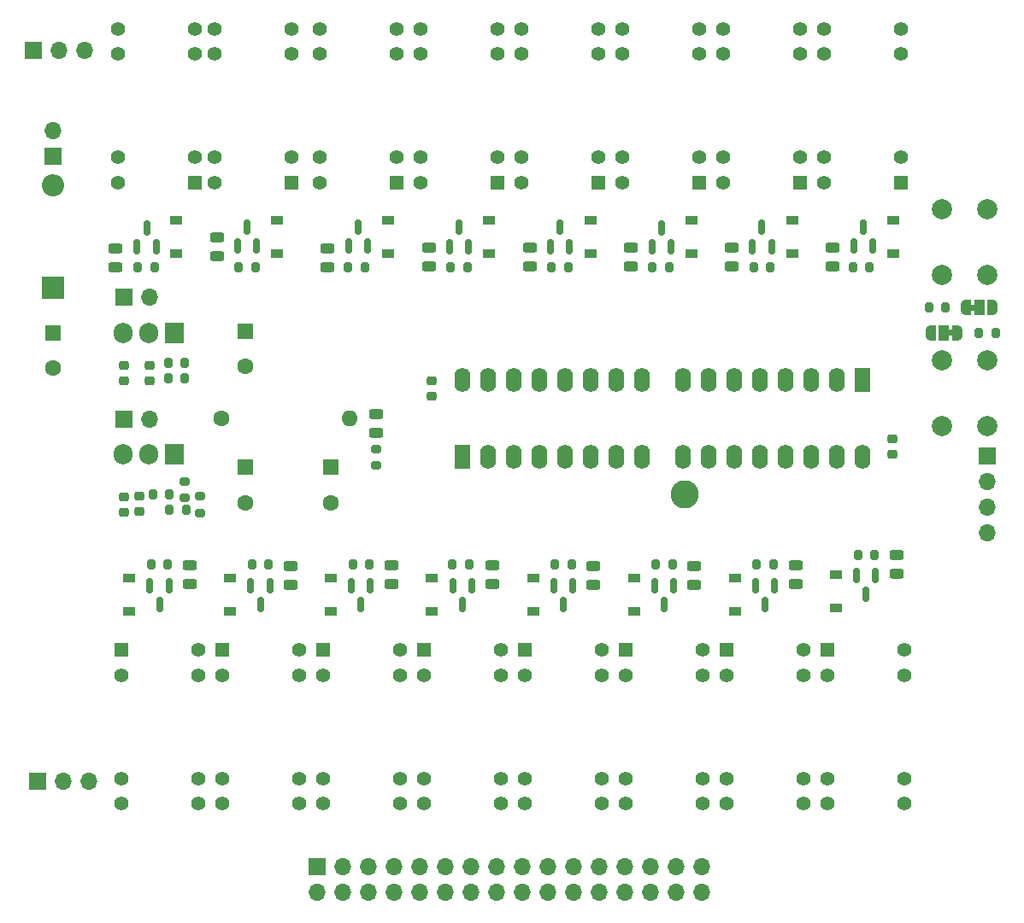
<source format=gbr>
%TF.GenerationSoftware,KiCad,Pcbnew,6.0.8-f2edbf62ab~116~ubuntu22.04.1*%
%TF.CreationDate,2022-10-03T01:52:06+02:00*%
%TF.ProjectId,relay_brd,72656c61-795f-4627-9264-2e6b69636164,rev?*%
%TF.SameCoordinates,Original*%
%TF.FileFunction,Copper,L1,Top*%
%TF.FilePolarity,Positive*%
%FSLAX46Y46*%
G04 Gerber Fmt 4.6, Leading zero omitted, Abs format (unit mm)*
G04 Created by KiCad (PCBNEW 6.0.8-f2edbf62ab~116~ubuntu22.04.1) date 2022-10-03 01:52:06*
%MOMM*%
%LPD*%
G01*
G04 APERTURE LIST*
G04 Aperture macros list*
%AMRoundRect*
0 Rectangle with rounded corners*
0 $1 Rounding radius*
0 $2 $3 $4 $5 $6 $7 $8 $9 X,Y pos of 4 corners*
0 Add a 4 corners polygon primitive as box body*
4,1,4,$2,$3,$4,$5,$6,$7,$8,$9,$2,$3,0*
0 Add four circle primitives for the rounded corners*
1,1,$1+$1,$2,$3*
1,1,$1+$1,$4,$5*
1,1,$1+$1,$6,$7*
1,1,$1+$1,$8,$9*
0 Add four rect primitives between the rounded corners*
20,1,$1+$1,$2,$3,$4,$5,0*
20,1,$1+$1,$4,$5,$6,$7,0*
20,1,$1+$1,$6,$7,$8,$9,0*
20,1,$1+$1,$8,$9,$2,$3,0*%
%AMFreePoly0*
4,1,22,0.550000,-0.750000,0.000000,-0.750000,0.000000,-0.745033,-0.079941,-0.743568,-0.215256,-0.701293,-0.333266,-0.622738,-0.424486,-0.514219,-0.481581,-0.384460,-0.499164,-0.250000,-0.500000,-0.250000,-0.500000,0.250000,-0.499164,0.250000,-0.499963,0.256109,-0.478152,0.396186,-0.417904,0.524511,-0.324060,0.630769,-0.204165,0.706417,-0.067858,0.745374,0.000000,0.744959,0.000000,0.750000,
0.550000,0.750000,0.550000,-0.750000,0.550000,-0.750000,$1*%
%AMFreePoly1*
4,1,20,0.000000,0.744959,0.073905,0.744508,0.209726,0.703889,0.328688,0.626782,0.421226,0.519385,0.479903,0.390333,0.500000,0.250000,0.500000,-0.250000,0.499851,-0.262216,0.476331,-0.402017,0.414519,-0.529596,0.319384,-0.634700,0.198574,-0.708877,0.061801,-0.746166,0.000000,-0.745033,0.000000,-0.750000,-0.550000,-0.750000,-0.550000,0.750000,0.000000,0.750000,0.000000,0.744959,
0.000000,0.744959,$1*%
G04 Aperture macros list end*
%TA.AperFunction,SMDPad,CuDef*%
%ADD10RoundRect,0.200000X0.200000X0.275000X-0.200000X0.275000X-0.200000X-0.275000X0.200000X-0.275000X0*%
%TD*%
%TA.AperFunction,SMDPad,CuDef*%
%ADD11RoundRect,0.150000X-0.150000X0.587500X-0.150000X-0.587500X0.150000X-0.587500X0.150000X0.587500X0*%
%TD*%
%TA.AperFunction,ComponentPad*%
%ADD12C,2.000000*%
%TD*%
%TA.AperFunction,SMDPad,CuDef*%
%ADD13RoundRect,0.200000X-0.200000X-0.275000X0.200000X-0.275000X0.200000X0.275000X-0.200000X0.275000X0*%
%TD*%
%TA.AperFunction,ComponentPad*%
%ADD14R,1.600000X1.600000*%
%TD*%
%TA.AperFunction,ComponentPad*%
%ADD15C,1.600000*%
%TD*%
%TA.AperFunction,ComponentPad*%
%ADD16R,1.400000X1.400000*%
%TD*%
%TA.AperFunction,ComponentPad*%
%ADD17C,1.400000*%
%TD*%
%TA.AperFunction,SMDPad,CuDef*%
%ADD18RoundRect,0.243750X0.456250X-0.243750X0.456250X0.243750X-0.456250X0.243750X-0.456250X-0.243750X0*%
%TD*%
%TA.AperFunction,SMDPad,CuDef*%
%ADD19RoundRect,0.200000X-0.275000X0.200000X-0.275000X-0.200000X0.275000X-0.200000X0.275000X0.200000X0*%
%TD*%
%TA.AperFunction,ComponentPad*%
%ADD20R,1.700000X1.700000*%
%TD*%
%TA.AperFunction,ComponentPad*%
%ADD21O,1.700000X1.700000*%
%TD*%
%TA.AperFunction,SMDPad,CuDef*%
%ADD22R,1.200000X0.900000*%
%TD*%
%TA.AperFunction,SMDPad,CuDef*%
%ADD23RoundRect,0.150000X0.150000X-0.587500X0.150000X0.587500X-0.150000X0.587500X-0.150000X-0.587500X0*%
%TD*%
%TA.AperFunction,ComponentPad*%
%ADD24R,2.200000X2.200000*%
%TD*%
%TA.AperFunction,ComponentPad*%
%ADD25O,2.200000X2.200000*%
%TD*%
%TA.AperFunction,SMDPad,CuDef*%
%ADD26RoundRect,0.225000X-0.250000X0.225000X-0.250000X-0.225000X0.250000X-0.225000X0.250000X0.225000X0*%
%TD*%
%TA.AperFunction,ComponentPad*%
%ADD27R,1.905000X2.000000*%
%TD*%
%TA.AperFunction,ComponentPad*%
%ADD28O,1.905000X2.000000*%
%TD*%
%TA.AperFunction,SMDPad,CuDef*%
%ADD29RoundRect,0.243750X-0.456250X0.243750X-0.456250X-0.243750X0.456250X-0.243750X0.456250X0.243750X0*%
%TD*%
%TA.AperFunction,ComponentPad*%
%ADD30O,1.600000X1.600000*%
%TD*%
%TA.AperFunction,SMDPad,CuDef*%
%ADD31FreePoly0,180.000000*%
%TD*%
%TA.AperFunction,SMDPad,CuDef*%
%ADD32R,1.000000X1.500000*%
%TD*%
%TA.AperFunction,SMDPad,CuDef*%
%ADD33FreePoly1,180.000000*%
%TD*%
%TA.AperFunction,ComponentPad*%
%ADD34R,1.600000X2.400000*%
%TD*%
%TA.AperFunction,ComponentPad*%
%ADD35O,1.600000X2.400000*%
%TD*%
%TA.AperFunction,SMDPad,CuDef*%
%ADD36RoundRect,0.200000X0.275000X-0.200000X0.275000X0.200000X-0.275000X0.200000X-0.275000X-0.200000X0*%
%TD*%
%TA.AperFunction,SMDPad,CuDef*%
%ADD37RoundRect,0.225000X0.250000X-0.225000X0.250000X0.225000X-0.250000X0.225000X-0.250000X-0.225000X0*%
%TD*%
%TA.AperFunction,ComponentPad*%
%ADD38C,2.800000*%
%TD*%
%TA.AperFunction,SMDPad,CuDef*%
%ADD39FreePoly0,0.000000*%
%TD*%
%TA.AperFunction,SMDPad,CuDef*%
%ADD40FreePoly1,0.000000*%
%TD*%
G04 APERTURE END LIST*
%TO.C,JP2*%
G36*
X194100000Y-91800000D02*
G01*
X193600000Y-91800000D01*
X193600000Y-91200000D01*
X194100000Y-91200000D01*
X194100000Y-91800000D01*
G37*
%TO.C,JP1*%
G36*
X196300000Y-89300000D02*
G01*
X195800000Y-89300000D01*
X195800000Y-88700000D01*
X196300000Y-88700000D01*
X196300000Y-89300000D01*
G37*
%TD*%
D10*
%TO.P,R2,1*%
%TO.N,Net-(LD2-Pad1)*%
X126325000Y-114500000D03*
%TO.P,R2,2*%
%TO.N,GND*%
X124675000Y-114500000D03*
%TD*%
D11*
%TO.P,Q7,1,G*%
%TO.N,/K7*%
X176450000Y-116562500D03*
%TO.P,Q7,2,S*%
%TO.N,GND*%
X174550000Y-116562500D03*
%TO.P,Q7,3,D*%
%TO.N,Net-(D7-Pad2)*%
X175500000Y-118437500D03*
%TD*%
D12*
%TO.P,SW2,1,1*%
%TO.N,/~{OE}*%
X197500000Y-94250000D03*
X197500000Y-100750000D03*
%TO.P,SW2,2,2*%
%TO.N,+5VD*%
X193000000Y-94250000D03*
X193000000Y-100750000D03*
%TD*%
D13*
%TO.P,R13,1*%
%TO.N,Net-(LD13-Pad1)*%
X144350000Y-85000000D03*
%TO.P,R13,2*%
%TO.N,GND*%
X146000000Y-85000000D03*
%TD*%
D10*
%TO.P,R20,1*%
%TO.N,Net-(JP1-Pad1)*%
X193350000Y-89000000D03*
%TO.P,R20,2*%
%TO.N,+5VD*%
X191700000Y-89000000D03*
%TD*%
D14*
%TO.P,C9,1*%
%TO.N,+12V*%
X124000000Y-91347349D03*
D15*
%TO.P,C9,2*%
%TO.N,GND*%
X124000000Y-94847349D03*
%TD*%
D13*
%TO.P,R9,1*%
%TO.N,Net-(LD9-Pad1)*%
X184175000Y-85000000D03*
%TO.P,R9,2*%
%TO.N,GND*%
X185825000Y-85000000D03*
%TD*%
D16*
%TO.P,K16,1*%
%TO.N,/K16B*%
X118975000Y-76600000D03*
D17*
%TO.P,K16,2*%
%TO.N,Net-(D16-Pad2)*%
X118975000Y-74060000D03*
%TO.P,K16,6*%
%TO.N,VDDA*%
X118975000Y-63800000D03*
%TO.P,K16,7*%
%TO.N,/K16A*%
X118975000Y-61360000D03*
%TO.P,K16,8*%
X111355000Y-61360000D03*
%TO.P,K16,9*%
%TO.N,N/C*%
X111355000Y-63800000D03*
%TO.P,K16,13*%
X111355000Y-74060000D03*
%TO.P,K16,14*%
%TO.N,/K16B*%
X111355000Y-76600000D03*
%TD*%
D16*
%TO.P,K3,1*%
%TO.N,/K3B*%
X131700000Y-122900000D03*
D17*
%TO.P,K3,2*%
%TO.N,Net-(D3-Pad2)*%
X131700000Y-125440000D03*
%TO.P,K3,6*%
%TO.N,VDD*%
X131700000Y-135700000D03*
%TO.P,K3,7*%
%TO.N,/K3A*%
X131700000Y-138140000D03*
%TO.P,K3,8*%
X139320000Y-138140000D03*
%TO.P,K3,9*%
%TO.N,N/C*%
X139320000Y-135700000D03*
%TO.P,K3,13*%
X139320000Y-125440000D03*
%TO.P,K3,14*%
%TO.N,/K3B*%
X139320000Y-122900000D03*
%TD*%
D18*
%TO.P,LD15,1,K*%
%TO.N,Net-(LD15-Pad1)*%
X121175000Y-83937500D03*
%TO.P,LD15,2,A*%
%TO.N,/K15*%
X121175000Y-82062500D03*
%TD*%
D19*
%TO.P,R17,1*%
%TO.N,Net-(R17-Pad1)*%
X119500000Y-107730000D03*
%TO.P,R17,2*%
%TO.N,GND*%
X119500000Y-109380000D03*
%TD*%
D13*
%TO.P,R21,1*%
%TO.N,+5V*%
X114850000Y-107555000D03*
%TO.P,R21,2*%
%TO.N,Net-(R19-Pad1)*%
X116500000Y-107555000D03*
%TD*%
D10*
%TO.P,R1,1*%
%TO.N,Net-(LD1-Pad1)*%
X116325000Y-114500000D03*
%TO.P,R1,2*%
%TO.N,GND*%
X114675000Y-114500000D03*
%TD*%
D20*
%TO.P,J3,1,Pin_1*%
%TO.N,/DATA*%
X197525000Y-103700000D03*
D21*
%TO.P,J3,2,Pin_2*%
%TO.N,/CLK*%
X197525000Y-106240000D03*
%TO.P,J3,3,Pin_3*%
%TO.N,/LATCH*%
X197525000Y-108780000D03*
%TO.P,J3,4,Pin_4*%
%TO.N,GND*%
X197525000Y-111320000D03*
%TD*%
D12*
%TO.P,SW1,1,1*%
%TO.N,GND*%
X197525000Y-85750000D03*
X197525000Y-79250000D03*
%TO.P,SW1,2,2*%
%TO.N,/~{RST}*%
X193025000Y-79250000D03*
X193025000Y-85750000D03*
%TD*%
D10*
%TO.P,R5,1*%
%TO.N,Net-(LD5-Pad1)*%
X156325000Y-114500000D03*
%TO.P,R5,2*%
%TO.N,GND*%
X154675000Y-114500000D03*
%TD*%
D22*
%TO.P,D10,1,K*%
%TO.N,VDD*%
X178175000Y-83650000D03*
%TO.P,D10,2,A*%
%TO.N,Net-(D10-Pad2)*%
X178175000Y-80350000D03*
%TD*%
D23*
%TO.P,Q10,1,G*%
%TO.N,/K10*%
X174225000Y-82937500D03*
%TO.P,Q10,2,S*%
%TO.N,GND*%
X176125000Y-82937500D03*
%TO.P,Q10,3,D*%
%TO.N,Net-(D10-Pad2)*%
X175175000Y-81062500D03*
%TD*%
D24*
%TO.P,D17,1,K*%
%TO.N,VCC*%
X105000000Y-87080000D03*
D25*
%TO.P,D17,2,A*%
%TO.N,/Vin*%
X105000000Y-76920000D03*
%TD*%
D18*
%TO.P,LD11,1,K*%
%TO.N,Net-(LD11-Pad1)*%
X162175000Y-84937500D03*
%TO.P,LD11,2,A*%
%TO.N,/K11*%
X162175000Y-83062500D03*
%TD*%
D13*
%TO.P,R15,1*%
%TO.N,Net-(LD15-Pad1)*%
X123350000Y-85000000D03*
%TO.P,R15,2*%
%TO.N,GND*%
X125000000Y-85000000D03*
%TD*%
D20*
%TO.P,J2,1,Pin_1*%
%TO.N,VCC*%
X111960000Y-100055000D03*
D21*
%TO.P,J2,2,Pin_2*%
%TO.N,+5V*%
X114500000Y-100055000D03*
%TD*%
D26*
%TO.P,C7,1*%
%TO.N,+12V*%
X114500000Y-94725000D03*
%TO.P,C7,2*%
%TO.N,GND*%
X114500000Y-96275000D03*
%TD*%
D16*
%TO.P,K12,1*%
%TO.N,/K12B*%
X158975000Y-76600000D03*
D17*
%TO.P,K12,2*%
%TO.N,Net-(D12-Pad2)*%
X158975000Y-74060000D03*
%TO.P,K12,6*%
%TO.N,VDD*%
X158975000Y-63800000D03*
%TO.P,K12,7*%
%TO.N,/K12A*%
X158975000Y-61360000D03*
%TO.P,K12,8*%
X151355000Y-61360000D03*
%TO.P,K12,9*%
%TO.N,N/C*%
X151355000Y-63800000D03*
%TO.P,K12,13*%
X151355000Y-74060000D03*
%TO.P,K12,14*%
%TO.N,/K12B*%
X151355000Y-76600000D03*
%TD*%
D18*
%TO.P,LD13,1,K*%
%TO.N,Net-(LD13-Pad1)*%
X142175000Y-84937500D03*
%TO.P,LD13,2,A*%
%TO.N,/K13*%
X142175000Y-83062500D03*
%TD*%
D10*
%TO.P,R22,1*%
%TO.N,GND*%
X198325000Y-91500000D03*
%TO.P,R22,2*%
%TO.N,Net-(JP2-Pad1)*%
X196675000Y-91500000D03*
%TD*%
D14*
%TO.P,C2,1*%
%TO.N,VCC*%
X105000000Y-91500000D03*
D15*
%TO.P,C2,2*%
%TO.N,GND*%
X105000000Y-95000000D03*
%TD*%
D13*
%TO.P,R16,1*%
%TO.N,Net-(LD16-Pad1)*%
X113350000Y-85000000D03*
%TO.P,R16,2*%
%TO.N,GND*%
X115000000Y-85000000D03*
%TD*%
D11*
%TO.P,Q4,1,G*%
%TO.N,/K4*%
X146450000Y-116562500D03*
%TO.P,Q4,2,S*%
%TO.N,GND*%
X144550000Y-116562500D03*
%TO.P,Q4,3,D*%
%TO.N,Net-(D4-Pad2)*%
X145500000Y-118437500D03*
%TD*%
D23*
%TO.P,Q15,1,G*%
%TO.N,/K15*%
X123225000Y-82875000D03*
%TO.P,Q15,2,S*%
%TO.N,GND*%
X125125000Y-82875000D03*
%TO.P,Q15,3,D*%
%TO.N,Net-(D15-Pad2)*%
X124175000Y-81000000D03*
%TD*%
D22*
%TO.P,D1,1,K*%
%TO.N,VDD*%
X112500000Y-115850000D03*
%TO.P,D1,2,A*%
%TO.N,Net-(D1-Pad2)*%
X112500000Y-119150000D03*
%TD*%
D11*
%TO.P,Q5,1,G*%
%TO.N,/K5*%
X156450000Y-116562500D03*
%TO.P,Q5,2,S*%
%TO.N,GND*%
X154550000Y-116562500D03*
%TO.P,Q5,3,D*%
%TO.N,Net-(D5-Pad2)*%
X155500000Y-118437500D03*
%TD*%
D18*
%TO.P,LD10,1,K*%
%TO.N,Net-(LD10-Pad1)*%
X172175000Y-84937500D03*
%TO.P,LD10,2,A*%
%TO.N,/K10*%
X172175000Y-83062500D03*
%TD*%
D27*
%TO.P,U2,1,ADJ*%
%TO.N,Net-(R23-Pad2)*%
X117000000Y-91500000D03*
D28*
%TO.P,U2,2,VO*%
%TO.N,+12V*%
X114460000Y-91500000D03*
%TO.P,U2,3,VI*%
%TO.N,VCC*%
X111920000Y-91500000D03*
%TD*%
D23*
%TO.P,Q13,1,G*%
%TO.N,/K13*%
X144225000Y-82937500D03*
%TO.P,Q13,2,S*%
%TO.N,GND*%
X146125000Y-82937500D03*
%TO.P,Q13,3,D*%
%TO.N,Net-(D13-Pad2)*%
X145175000Y-81062500D03*
%TD*%
D10*
%TO.P,R7,1*%
%TO.N,Net-(LD7-Pad1)*%
X176325000Y-114500000D03*
%TO.P,R7,2*%
%TO.N,GND*%
X174675000Y-114500000D03*
%TD*%
D29*
%TO.P,LD6,1,K*%
%TO.N,Net-(LD6-Pad1)*%
X168500000Y-114625000D03*
%TO.P,LD6,2,A*%
%TO.N,/K6*%
X168500000Y-116500000D03*
%TD*%
%TO.P,LD2,1,K*%
%TO.N,Net-(LD2-Pad1)*%
X128500000Y-114625000D03*
%TO.P,LD2,2,A*%
%TO.N,/K2*%
X128500000Y-116500000D03*
%TD*%
D15*
%TO.P,L1,1,1*%
%TO.N,+5V*%
X121650000Y-100000000D03*
D30*
%TO.P,L1,2,2*%
%TO.N,+5VD*%
X134350000Y-100000000D03*
%TD*%
D22*
%TO.P,D3,1,K*%
%TO.N,VDD*%
X132500000Y-115850000D03*
%TO.P,D3,2,A*%
%TO.N,Net-(D3-Pad2)*%
X132500000Y-119150000D03*
%TD*%
D10*
%TO.P,R24,1*%
%TO.N,Net-(R23-Pad2)*%
X118000000Y-95977500D03*
%TO.P,R24,2*%
%TO.N,GND*%
X116350000Y-95977500D03*
%TD*%
D31*
%TO.P,JP2,1,A*%
%TO.N,Net-(JP2-Pad1)*%
X194500000Y-91500000D03*
D32*
%TO.P,JP2,2,C*%
%TO.N,/~{OE}*%
X193200000Y-91500000D03*
D33*
%TO.P,JP2,3,B*%
%TO.N,+5VD*%
X191900000Y-91500000D03*
%TD*%
D22*
%TO.P,D4,1,K*%
%TO.N,VDD*%
X142500000Y-115850000D03*
%TO.P,D4,2,A*%
%TO.N,Net-(D4-Pad2)*%
X142500000Y-119150000D03*
%TD*%
%TO.P,D5,1,K*%
%TO.N,VDD*%
X152500000Y-115850000D03*
%TO.P,D5,2,A*%
%TO.N,Net-(D5-Pad2)*%
X152500000Y-119150000D03*
%TD*%
%TO.P,D12,1,K*%
%TO.N,VDD*%
X158175000Y-83650000D03*
%TO.P,D12,2,A*%
%TO.N,Net-(D12-Pad2)*%
X158175000Y-80350000D03*
%TD*%
D34*
%TO.P,U3,1,QB*%
%TO.N,/K2*%
X145500000Y-103800000D03*
D35*
%TO.P,U3,2,QC*%
%TO.N,/K3*%
X148040000Y-103800000D03*
%TO.P,U3,3,QD*%
%TO.N,/K4*%
X150580000Y-103800000D03*
%TO.P,U3,4,QE*%
%TO.N,/K5*%
X153120000Y-103800000D03*
%TO.P,U3,5,QF*%
%TO.N,/K6*%
X155660000Y-103800000D03*
%TO.P,U3,6,QG*%
%TO.N,/K7*%
X158200000Y-103800000D03*
%TO.P,U3,7,QH*%
%TO.N,/K8*%
X160740000Y-103800000D03*
%TO.P,U3,8,GND*%
%TO.N,GND*%
X163280000Y-103800000D03*
%TO.P,U3,9,QH'*%
%TO.N,/SER_OUT*%
X163280000Y-96180000D03*
%TO.P,U3,10,~{SRCLR}*%
%TO.N,/~{RST}*%
X160740000Y-96180000D03*
%TO.P,U3,11,SRCLK*%
%TO.N,/CLK*%
X158200000Y-96180000D03*
%TO.P,U3,12,RCLK*%
%TO.N,/LATCH*%
X155660000Y-96180000D03*
%TO.P,U3,13,~{OE}*%
%TO.N,/~{OE}*%
X153120000Y-96180000D03*
%TO.P,U3,14,SER*%
%TO.N,/DATA*%
X150580000Y-96180000D03*
%TO.P,U3,15,QA*%
%TO.N,/K1*%
X148040000Y-96180000D03*
%TO.P,U3,16,VCC*%
%TO.N,+5VD*%
X145500000Y-96180000D03*
%TD*%
D26*
%TO.P,C1,1*%
%TO.N,VCC*%
X112000000Y-107780000D03*
%TO.P,C1,2*%
%TO.N,GND*%
X112000000Y-109330000D03*
%TD*%
D29*
%TO.P,LD1,1,K*%
%TO.N,Net-(LD1-Pad1)*%
X118500000Y-114562500D03*
%TO.P,LD1,2,A*%
%TO.N,/K1*%
X118500000Y-116437500D03*
%TD*%
D19*
%TO.P,R25,1*%
%TO.N,Net-(LD17-Pad1)*%
X137000000Y-103000000D03*
%TO.P,R25,2*%
%TO.N,GND*%
X137000000Y-104650000D03*
%TD*%
D23*
%TO.P,Q16,1,G*%
%TO.N,/K16*%
X113287500Y-82987500D03*
%TO.P,Q16,2,S*%
%TO.N,GND*%
X115187500Y-82987500D03*
%TO.P,Q16,3,D*%
%TO.N,Net-(D16-Pad2)*%
X114237500Y-81112500D03*
%TD*%
D20*
%TO.P,J6,1,Pin_1*%
%TO.N,+5V*%
X102975000Y-63475000D03*
D21*
%TO.P,J6,2,Pin_2*%
%TO.N,VDDA*%
X105515000Y-63475000D03*
%TO.P,J6,3,Pin_3*%
%TO.N,+12V*%
X108055000Y-63475000D03*
%TD*%
D11*
%TO.P,Q3,1,G*%
%TO.N,/K3*%
X136387500Y-116562500D03*
%TO.P,Q3,2,S*%
%TO.N,GND*%
X134487500Y-116562500D03*
%TO.P,Q3,3,D*%
%TO.N,Net-(D3-Pad2)*%
X135437500Y-118437500D03*
%TD*%
D23*
%TO.P,Q11,1,G*%
%TO.N,/K11*%
X164275000Y-83000000D03*
%TO.P,Q11,2,S*%
%TO.N,GND*%
X166175000Y-83000000D03*
%TO.P,Q11,3,D*%
%TO.N,Net-(D11-Pad2)*%
X165225000Y-81125000D03*
%TD*%
D11*
%TO.P,Q1,1,G*%
%TO.N,/K1*%
X116450000Y-116562500D03*
%TO.P,Q1,2,S*%
%TO.N,GND*%
X114550000Y-116562500D03*
%TO.P,Q1,3,D*%
%TO.N,Net-(D1-Pad2)*%
X115500000Y-118437500D03*
%TD*%
D16*
%TO.P,K6,1*%
%TO.N,/K6B*%
X161700000Y-122900000D03*
D17*
%TO.P,K6,2*%
%TO.N,Net-(D6-Pad2)*%
X161700000Y-125440000D03*
%TO.P,K6,6*%
%TO.N,VDD*%
X161700000Y-135700000D03*
%TO.P,K6,7*%
%TO.N,/K6A*%
X161700000Y-138140000D03*
%TO.P,K6,8*%
X169320000Y-138140000D03*
%TO.P,K6,9*%
%TO.N,N/C*%
X169320000Y-135700000D03*
%TO.P,K6,13*%
X169320000Y-125440000D03*
%TO.P,K6,14*%
%TO.N,/K6B*%
X169320000Y-122900000D03*
%TD*%
D22*
%TO.P,D6,1,K*%
%TO.N,VDD*%
X162500000Y-115850000D03*
%TO.P,D6,2,A*%
%TO.N,Net-(D6-Pad2)*%
X162500000Y-119150000D03*
%TD*%
%TO.P,D7,1,K*%
%TO.N,VDD*%
X172500000Y-115850000D03*
%TO.P,D7,2,A*%
%TO.N,Net-(D7-Pad2)*%
X172500000Y-119150000D03*
%TD*%
D36*
%TO.P,R18,1*%
%TO.N,Net-(R18-Pad1)*%
X118000000Y-107880000D03*
%TO.P,R18,2*%
%TO.N,Net-(R17-Pad1)*%
X118000000Y-106230000D03*
%TD*%
D29*
%TO.P,LD7,1,K*%
%TO.N,Net-(LD7-Pad1)*%
X178500000Y-114562500D03*
%TO.P,LD7,2,A*%
%TO.N,/K7*%
X178500000Y-116437500D03*
%TD*%
D26*
%TO.P,C10,1*%
%TO.N,+5VD*%
X142500000Y-96225000D03*
%TO.P,C10,2*%
%TO.N,GND*%
X142500000Y-97775000D03*
%TD*%
D16*
%TO.P,K8,1*%
%TO.N,/K8B*%
X181700000Y-122900000D03*
D17*
%TO.P,K8,2*%
%TO.N,Net-(D8-Pad2)*%
X181700000Y-125440000D03*
%TO.P,K8,6*%
%TO.N,VDD*%
X181700000Y-135700000D03*
%TO.P,K8,7*%
%TO.N,/K8A*%
X181700000Y-138140000D03*
%TO.P,K8,8*%
X189320000Y-138140000D03*
%TO.P,K8,9*%
%TO.N,N/C*%
X189320000Y-135700000D03*
%TO.P,K8,13*%
X189320000Y-125440000D03*
%TO.P,K8,14*%
%TO.N,/K8B*%
X189320000Y-122900000D03*
%TD*%
D11*
%TO.P,Q8,1,G*%
%TO.N,/K8*%
X186450000Y-115562500D03*
%TO.P,Q8,2,S*%
%TO.N,GND*%
X184550000Y-115562500D03*
%TO.P,Q8,3,D*%
%TO.N,Net-(D8-Pad2)*%
X185500000Y-117437500D03*
%TD*%
D10*
%TO.P,R6,1*%
%TO.N,Net-(LD6-Pad1)*%
X166325000Y-114500000D03*
%TO.P,R6,2*%
%TO.N,GND*%
X164675000Y-114500000D03*
%TD*%
D22*
%TO.P,D14,1,K*%
%TO.N,VDDA*%
X138175000Y-83650000D03*
%TO.P,D14,2,A*%
%TO.N,Net-(D14-Pad2)*%
X138175000Y-80350000D03*
%TD*%
D16*
%TO.P,K11,1*%
%TO.N,/K11B*%
X168975000Y-76600000D03*
D17*
%TO.P,K11,2*%
%TO.N,Net-(D11-Pad2)*%
X168975000Y-74060000D03*
%TO.P,K11,6*%
%TO.N,VDD*%
X168975000Y-63800000D03*
%TO.P,K11,7*%
%TO.N,/K11A*%
X168975000Y-61360000D03*
%TO.P,K11,8*%
X161355000Y-61360000D03*
%TO.P,K11,9*%
%TO.N,N/C*%
X161355000Y-63800000D03*
%TO.P,K11,13*%
X161355000Y-74060000D03*
%TO.P,K11,14*%
%TO.N,/K11B*%
X161355000Y-76600000D03*
%TD*%
D16*
%TO.P,K13,1*%
%TO.N,/K13B*%
X148975000Y-76600000D03*
D17*
%TO.P,K13,2*%
%TO.N,Net-(D13-Pad2)*%
X148975000Y-74060000D03*
%TO.P,K13,6*%
%TO.N,VDDA*%
X148975000Y-63800000D03*
%TO.P,K13,7*%
%TO.N,/K13A*%
X148975000Y-61360000D03*
%TO.P,K13,8*%
X141355000Y-61360000D03*
%TO.P,K13,9*%
%TO.N,N/C*%
X141355000Y-63800000D03*
%TO.P,K13,13*%
X141355000Y-74060000D03*
%TO.P,K13,14*%
%TO.N,/K13B*%
X141355000Y-76600000D03*
%TD*%
D22*
%TO.P,D15,1,K*%
%TO.N,VDDA*%
X127175000Y-83650000D03*
%TO.P,D15,2,A*%
%TO.N,Net-(D15-Pad2)*%
X127175000Y-80350000D03*
%TD*%
D10*
%TO.P,R4,1*%
%TO.N,Net-(LD4-Pad1)*%
X146150000Y-114500000D03*
%TO.P,R4,2*%
%TO.N,GND*%
X144500000Y-114500000D03*
%TD*%
D14*
%TO.P,C6,1*%
%TO.N,+5VD*%
X132500000Y-104847349D03*
D15*
%TO.P,C6,2*%
%TO.N,GND*%
X132500000Y-108347349D03*
%TD*%
D22*
%TO.P,D9,1,K*%
%TO.N,VDD*%
X188175000Y-83650000D03*
%TO.P,D9,2,A*%
%TO.N,Net-(D9-Pad2)*%
X188175000Y-80350000D03*
%TD*%
D18*
%TO.P,LD12,1,K*%
%TO.N,Net-(LD12-Pad1)*%
X152175000Y-84937500D03*
%TO.P,LD12,2,A*%
%TO.N,/K12*%
X152175000Y-83062500D03*
%TD*%
%TO.P,LD14,1,K*%
%TO.N,Net-(LD14-Pad1)*%
X132175000Y-85000000D03*
%TO.P,LD14,2,A*%
%TO.N,/K14*%
X132175000Y-83125000D03*
%TD*%
D26*
%TO.P,C4,1*%
%TO.N,+5V*%
X113500000Y-107705000D03*
%TO.P,C4,2*%
%TO.N,GND*%
X113500000Y-109255000D03*
%TD*%
D16*
%TO.P,K9,1*%
%TO.N,/K9B*%
X188975000Y-76600000D03*
D17*
%TO.P,K9,2*%
%TO.N,Net-(D9-Pad2)*%
X188975000Y-74060000D03*
%TO.P,K9,6*%
%TO.N,VDD*%
X188975000Y-63800000D03*
%TO.P,K9,7*%
%TO.N,/K9A*%
X188975000Y-61360000D03*
%TO.P,K9,8*%
X181355000Y-61360000D03*
%TO.P,K9,9*%
%TO.N,N/C*%
X181355000Y-63800000D03*
%TO.P,K9,13*%
X181355000Y-74060000D03*
%TO.P,K9,14*%
%TO.N,/K9B*%
X181355000Y-76600000D03*
%TD*%
D16*
%TO.P,K1,1*%
%TO.N,/K1B*%
X111700000Y-122900000D03*
D17*
%TO.P,K1,2*%
%TO.N,Net-(D1-Pad2)*%
X111700000Y-125440000D03*
%TO.P,K1,6*%
%TO.N,VDD*%
X111700000Y-135700000D03*
%TO.P,K1,7*%
%TO.N,/K1A*%
X111700000Y-138140000D03*
%TO.P,K1,8*%
X119320000Y-138140000D03*
%TO.P,K1,9*%
%TO.N,N/C*%
X119320000Y-135700000D03*
%TO.P,K1,13*%
X119320000Y-125440000D03*
%TO.P,K1,14*%
%TO.N,/K1B*%
X119320000Y-122900000D03*
%TD*%
D29*
%TO.P,LD8,1,K*%
%TO.N,Net-(LD8-Pad1)*%
X188500000Y-113562500D03*
%TO.P,LD8,2,A*%
%TO.N,/K8*%
X188500000Y-115437500D03*
%TD*%
D16*
%TO.P,K5,1*%
%TO.N,/K5B*%
X151700000Y-122900000D03*
D17*
%TO.P,K5,2*%
%TO.N,Net-(D5-Pad2)*%
X151700000Y-125440000D03*
%TO.P,K5,6*%
%TO.N,VDD*%
X151700000Y-135700000D03*
%TO.P,K5,7*%
%TO.N,/K5A*%
X151700000Y-138140000D03*
%TO.P,K5,8*%
X159320000Y-138140000D03*
%TO.P,K5,9*%
%TO.N,N/C*%
X159320000Y-135700000D03*
%TO.P,K5,13*%
X159320000Y-125440000D03*
%TO.P,K5,14*%
%TO.N,/K5B*%
X159320000Y-122900000D03*
%TD*%
D16*
%TO.P,K7,1*%
%TO.N,/K7B*%
X171700000Y-122900000D03*
D17*
%TO.P,K7,2*%
%TO.N,Net-(D7-Pad2)*%
X171700000Y-125440000D03*
%TO.P,K7,6*%
%TO.N,VDD*%
X171700000Y-135700000D03*
%TO.P,K7,7*%
%TO.N,/K7A*%
X171700000Y-138140000D03*
%TO.P,K7,8*%
X179320000Y-138140000D03*
%TO.P,K7,9*%
%TO.N,N/C*%
X179320000Y-135700000D03*
%TO.P,K7,13*%
X179320000Y-125440000D03*
%TO.P,K7,14*%
%TO.N,/K7B*%
X179320000Y-122900000D03*
%TD*%
D18*
%TO.P,LD16,1,K*%
%TO.N,Net-(LD16-Pad1)*%
X111175000Y-85000000D03*
%TO.P,LD16,2,A*%
%TO.N,/K16*%
X111175000Y-83125000D03*
%TD*%
D37*
%TO.P,C8,1*%
%TO.N,+5VD*%
X188120000Y-103550000D03*
%TO.P,C8,2*%
%TO.N,GND*%
X188120000Y-102000000D03*
%TD*%
D10*
%TO.P,R8,1*%
%TO.N,Net-(LD8-Pad1)*%
X186325000Y-113500000D03*
%TO.P,R8,2*%
%TO.N,GND*%
X184675000Y-113500000D03*
%TD*%
D13*
%TO.P,R23,1*%
%TO.N,+12V*%
X116350000Y-94477500D03*
%TO.P,R23,2*%
%TO.N,Net-(R23-Pad2)*%
X118000000Y-94477500D03*
%TD*%
D22*
%TO.P,D11,1,K*%
%TO.N,VDD*%
X168175000Y-83650000D03*
%TO.P,D11,2,A*%
%TO.N,Net-(D11-Pad2)*%
X168175000Y-80350000D03*
%TD*%
D26*
%TO.P,C3,1*%
%TO.N,VCC*%
X112000000Y-94725000D03*
%TO.P,C3,2*%
%TO.N,GND*%
X112000000Y-96275000D03*
%TD*%
D22*
%TO.P,D16,1,K*%
%TO.N,VDDA*%
X117175000Y-83650000D03*
%TO.P,D16,2,A*%
%TO.N,Net-(D16-Pad2)*%
X117175000Y-80350000D03*
%TD*%
D27*
%TO.P,U1,1,ADJ*%
%TO.N,Net-(R17-Pad1)*%
X117000000Y-103555000D03*
D28*
%TO.P,U1,2,VO*%
%TO.N,+5V*%
X114460000Y-103555000D03*
%TO.P,U1,3,VI*%
%TO.N,VCC*%
X111920000Y-103555000D03*
%TD*%
D20*
%TO.P,J4,1,Pin_1*%
%TO.N,VCC*%
X111960000Y-88000000D03*
D21*
%TO.P,J4,2,Pin_2*%
%TO.N,+12V*%
X114500000Y-88000000D03*
%TD*%
D23*
%TO.P,Q9,1,G*%
%TO.N,/K9*%
X184287500Y-82875000D03*
%TO.P,Q9,2,S*%
%TO.N,GND*%
X186187500Y-82875000D03*
%TO.P,Q9,3,D*%
%TO.N,Net-(D9-Pad2)*%
X185237500Y-81000000D03*
%TD*%
D22*
%TO.P,D13,1,K*%
%TO.N,VDDA*%
X148175000Y-83650000D03*
%TO.P,D13,2,A*%
%TO.N,Net-(D13-Pad2)*%
X148175000Y-80350000D03*
%TD*%
D20*
%TO.P,J7,1,Pin_1*%
%TO.N,/K1A*%
X131100000Y-144460000D03*
D21*
%TO.P,J7,2,Pin_2*%
X131100000Y-147000000D03*
%TO.P,J7,3,Pin_3*%
%TO.N,/K1B*%
X133640000Y-144460000D03*
%TO.P,J7,4,Pin_4*%
X133640000Y-147000000D03*
%TO.P,J7,5,Pin_5*%
%TO.N,/K2A*%
X136180000Y-144460000D03*
%TO.P,J7,6,Pin_6*%
X136180000Y-147000000D03*
%TO.P,J7,7,Pin_7*%
%TO.N,/K2B*%
X138720000Y-144460000D03*
%TO.P,J7,8,Pin_8*%
X138720000Y-147000000D03*
%TO.P,J7,9,Pin_9*%
%TO.N,/K3A*%
X141260000Y-144460000D03*
%TO.P,J7,10,Pin_10*%
X141260000Y-147000000D03*
%TO.P,J7,11,Pin_11*%
%TO.N,/K3B*%
X143800000Y-144460000D03*
%TO.P,J7,12,Pin_12*%
X143800000Y-147000000D03*
%TO.P,J7,13,Pin_13*%
%TO.N,/K4A*%
X146340000Y-144460000D03*
%TO.P,J7,14,Pin_14*%
X146340000Y-147000000D03*
%TO.P,J7,15,Pin_15*%
%TO.N,/K4B*%
X148880000Y-144460000D03*
%TO.P,J7,16,Pin_16*%
X148880000Y-147000000D03*
%TO.P,J7,17,Pin_17*%
%TO.N,/K5A*%
X151420000Y-144460000D03*
%TO.P,J7,18,Pin_18*%
X151420000Y-147000000D03*
%TO.P,J7,19,Pin_19*%
%TO.N,/K5B*%
X153960000Y-144460000D03*
%TO.P,J7,20,Pin_20*%
X153960000Y-147000000D03*
%TO.P,J7,21,Pin_21*%
%TO.N,/K6A*%
X156500000Y-144460000D03*
%TO.P,J7,22,Pin_22*%
X156500000Y-147000000D03*
%TO.P,J7,23,Pin_23*%
%TO.N,/K6B*%
X159040000Y-144460000D03*
%TO.P,J7,24,Pin_24*%
X159040000Y-147000000D03*
%TO.P,J7,25,Pin_25*%
%TO.N,/K7A*%
X161580000Y-144460000D03*
%TO.P,J7,26,Pin_26*%
X161580000Y-147000000D03*
%TO.P,J7,27,Pin_27*%
%TO.N,/K7B*%
X164120000Y-144460000D03*
%TO.P,J7,28,Pin_28*%
X164120000Y-147000000D03*
%TO.P,J7,29,Pin_29*%
%TO.N,/K8A*%
X166660000Y-144460000D03*
%TO.P,J7,30,Pin_30*%
X166660000Y-147000000D03*
%TO.P,J7,31,Pin_31*%
%TO.N,/K8B*%
X169200000Y-144460000D03*
%TO.P,J7,32,Pin_32*%
X169200000Y-147000000D03*
%TD*%
D34*
%TO.P,U4,1,QB*%
%TO.N,/K10*%
X185120000Y-96200000D03*
D35*
%TO.P,U4,2,QC*%
%TO.N,/K11*%
X182580000Y-96200000D03*
%TO.P,U4,3,QD*%
%TO.N,/K12*%
X180040000Y-96200000D03*
%TO.P,U4,4,QE*%
%TO.N,/K13*%
X177500000Y-96200000D03*
%TO.P,U4,5,QF*%
%TO.N,/K14*%
X174960000Y-96200000D03*
%TO.P,U4,6,QG*%
%TO.N,/K15*%
X172420000Y-96200000D03*
%TO.P,U4,7,QH*%
%TO.N,/K16*%
X169880000Y-96200000D03*
%TO.P,U4,8,GND*%
%TO.N,GND*%
X167340000Y-96200000D03*
%TO.P,U4,9,QH'*%
%TO.N,Net-(TP1-Pad1)*%
X167340000Y-103820000D03*
%TO.P,U4,10,~{SRCLR}*%
%TO.N,/~{RST}*%
X169880000Y-103820000D03*
%TO.P,U4,11,SRCLK*%
%TO.N,/CLK*%
X172420000Y-103820000D03*
%TO.P,U4,12,RCLK*%
%TO.N,/LATCH*%
X174960000Y-103820000D03*
%TO.P,U4,13,~{OE}*%
%TO.N,/~{OE}*%
X177500000Y-103820000D03*
%TO.P,U4,14,SER*%
%TO.N,/SER_OUT*%
X180040000Y-103820000D03*
%TO.P,U4,15,QA*%
%TO.N,/K9*%
X182580000Y-103820000D03*
%TO.P,U4,16,VCC*%
%TO.N,+5VD*%
X185120000Y-103820000D03*
%TD*%
D22*
%TO.P,D8,1,K*%
%TO.N,VDD*%
X182500000Y-115500000D03*
%TO.P,D8,2,A*%
%TO.N,Net-(D8-Pad2)*%
X182500000Y-118800000D03*
%TD*%
D38*
%TO.P,TP1,1,1*%
%TO.N,Net-(TP1-Pad1)*%
X167500000Y-107500000D03*
%TD*%
D16*
%TO.P,K4,1*%
%TO.N,/K4B*%
X141700000Y-122900000D03*
D17*
%TO.P,K4,2*%
%TO.N,Net-(D4-Pad2)*%
X141700000Y-125440000D03*
%TO.P,K4,6*%
%TO.N,VDD*%
X141700000Y-135700000D03*
%TO.P,K4,7*%
%TO.N,/K4A*%
X141700000Y-138140000D03*
%TO.P,K4,8*%
X149320000Y-138140000D03*
%TO.P,K4,9*%
%TO.N,N/C*%
X149320000Y-135700000D03*
%TO.P,K4,13*%
X149320000Y-125440000D03*
%TO.P,K4,14*%
%TO.N,/K4B*%
X149320000Y-122900000D03*
%TD*%
D16*
%TO.P,K10,1*%
%TO.N,/K10B*%
X178975000Y-76600000D03*
D17*
%TO.P,K10,2*%
%TO.N,Net-(D10-Pad2)*%
X178975000Y-74060000D03*
%TO.P,K10,6*%
%TO.N,VDD*%
X178975000Y-63800000D03*
%TO.P,K10,7*%
%TO.N,/K10A*%
X178975000Y-61360000D03*
%TO.P,K10,8*%
X171355000Y-61360000D03*
%TO.P,K10,9*%
%TO.N,N/C*%
X171355000Y-63800000D03*
%TO.P,K10,13*%
X171355000Y-74060000D03*
%TO.P,K10,14*%
%TO.N,/K10B*%
X171355000Y-76600000D03*
%TD*%
D16*
%TO.P,K14,1*%
%TO.N,/K14B*%
X138975000Y-76600000D03*
D17*
%TO.P,K14,2*%
%TO.N,Net-(D14-Pad2)*%
X138975000Y-74060000D03*
%TO.P,K14,6*%
%TO.N,VDDA*%
X138975000Y-63800000D03*
%TO.P,K14,7*%
%TO.N,/K14A*%
X138975000Y-61360000D03*
%TO.P,K14,8*%
X131355000Y-61360000D03*
%TO.P,K14,9*%
%TO.N,N/C*%
X131355000Y-63800000D03*
%TO.P,K14,13*%
X131355000Y-74060000D03*
%TO.P,K14,14*%
%TO.N,/K14B*%
X131355000Y-76600000D03*
%TD*%
D11*
%TO.P,Q2,1,G*%
%TO.N,/K2*%
X126450000Y-116562500D03*
%TO.P,Q2,2,S*%
%TO.N,GND*%
X124550000Y-116562500D03*
%TO.P,Q2,3,D*%
%TO.N,Net-(D2-Pad2)*%
X125500000Y-118437500D03*
%TD*%
D14*
%TO.P,C5,1*%
%TO.N,+5V*%
X124000000Y-104847349D03*
D15*
%TO.P,C5,2*%
%TO.N,GND*%
X124000000Y-108347349D03*
%TD*%
D20*
%TO.P,J5,1,Pin_1*%
%TO.N,+5V*%
X103475000Y-135975000D03*
D21*
%TO.P,J5,2,Pin_2*%
%TO.N,VDD*%
X106015000Y-135975000D03*
%TO.P,J5,3,Pin_3*%
%TO.N,+12V*%
X108555000Y-135975000D03*
%TD*%
D13*
%TO.P,R10,1*%
%TO.N,Net-(LD10-Pad1)*%
X174350000Y-85000000D03*
%TO.P,R10,2*%
%TO.N,GND*%
X176000000Y-85000000D03*
%TD*%
D18*
%TO.P,LD17,1,K*%
%TO.N,Net-(LD17-Pad1)*%
X137000000Y-101437500D03*
%TO.P,LD17,2,A*%
%TO.N,+5VD*%
X137000000Y-99562500D03*
%TD*%
D29*
%TO.P,LD3,1,K*%
%TO.N,Net-(LD3-Pad1)*%
X138500000Y-114562500D03*
%TO.P,LD3,2,A*%
%TO.N,/K3*%
X138500000Y-116437500D03*
%TD*%
D11*
%TO.P,Q6,1,G*%
%TO.N,/K6*%
X166450000Y-116562500D03*
%TO.P,Q6,2,S*%
%TO.N,GND*%
X164550000Y-116562500D03*
%TO.P,Q6,3,D*%
%TO.N,Net-(D6-Pad2)*%
X165500000Y-118437500D03*
%TD*%
D13*
%TO.P,R11,1*%
%TO.N,Net-(LD11-Pad1)*%
X164350000Y-85000000D03*
%TO.P,R11,2*%
%TO.N,GND*%
X166000000Y-85000000D03*
%TD*%
D39*
%TO.P,JP1,1,A*%
%TO.N,Net-(JP1-Pad1)*%
X195400000Y-89000000D03*
D32*
%TO.P,JP1,2,C*%
%TO.N,/~{RST}*%
X196700000Y-89000000D03*
D40*
%TO.P,JP1,3,B*%
%TO.N,GND*%
X198000000Y-89000000D03*
%TD*%
D10*
%TO.P,R3,1*%
%TO.N,Net-(LD3-Pad1)*%
X136325000Y-114500000D03*
%TO.P,R3,2*%
%TO.N,GND*%
X134675000Y-114500000D03*
%TD*%
D29*
%TO.P,LD4,1,K*%
%TO.N,Net-(LD4-Pad1)*%
X148500000Y-114562500D03*
%TO.P,LD4,2,A*%
%TO.N,/K4*%
X148500000Y-116437500D03*
%TD*%
D16*
%TO.P,K2,1*%
%TO.N,/K2B*%
X121700000Y-122900000D03*
D17*
%TO.P,K2,2*%
%TO.N,Net-(D2-Pad2)*%
X121700000Y-125440000D03*
%TO.P,K2,6*%
%TO.N,VDD*%
X121700000Y-135700000D03*
%TO.P,K2,7*%
%TO.N,/K2A*%
X121700000Y-138140000D03*
%TO.P,K2,8*%
X129320000Y-138140000D03*
%TO.P,K2,9*%
%TO.N,N/C*%
X129320000Y-135700000D03*
%TO.P,K2,13*%
X129320000Y-125440000D03*
%TO.P,K2,14*%
%TO.N,/K2B*%
X129320000Y-122900000D03*
%TD*%
D13*
%TO.P,R14,1*%
%TO.N,Net-(LD14-Pad1)*%
X134175000Y-85000000D03*
%TO.P,R14,2*%
%TO.N,GND*%
X135825000Y-85000000D03*
%TD*%
D22*
%TO.P,D2,1,K*%
%TO.N,VDD*%
X122500000Y-115850000D03*
%TO.P,D2,2,A*%
%TO.N,Net-(D2-Pad2)*%
X122500000Y-119150000D03*
%TD*%
D18*
%TO.P,LD9,1,K*%
%TO.N,Net-(LD9-Pad1)*%
X182175000Y-84937500D03*
%TO.P,LD9,2,A*%
%TO.N,/K9*%
X182175000Y-83062500D03*
%TD*%
D13*
%TO.P,R12,1*%
%TO.N,Net-(LD12-Pad1)*%
X154350000Y-85000000D03*
%TO.P,R12,2*%
%TO.N,GND*%
X156000000Y-85000000D03*
%TD*%
D29*
%TO.P,LD5,1,K*%
%TO.N,Net-(LD5-Pad1)*%
X158500000Y-114625000D03*
%TO.P,LD5,2,A*%
%TO.N,/K5*%
X158500000Y-116500000D03*
%TD*%
D20*
%TO.P,J1,1,Pin_1*%
%TO.N,/Vin*%
X105000000Y-74040000D03*
D21*
%TO.P,J1,2,Pin_2*%
%TO.N,GND*%
X105000000Y-71500000D03*
%TD*%
D13*
%TO.P,R19,1*%
%TO.N,Net-(R19-Pad1)*%
X116500000Y-109055000D03*
%TO.P,R19,2*%
%TO.N,Net-(R18-Pad1)*%
X118150000Y-109055000D03*
%TD*%
D23*
%TO.P,Q14,1,G*%
%TO.N,/K14*%
X134225000Y-82875000D03*
%TO.P,Q14,2,S*%
%TO.N,GND*%
X136125000Y-82875000D03*
%TO.P,Q14,3,D*%
%TO.N,Net-(D14-Pad2)*%
X135175000Y-81000000D03*
%TD*%
%TO.P,Q12,1,G*%
%TO.N,/K12*%
X154225000Y-82937500D03*
%TO.P,Q12,2,S*%
%TO.N,GND*%
X156125000Y-82937500D03*
%TO.P,Q12,3,D*%
%TO.N,Net-(D12-Pad2)*%
X155175000Y-81062500D03*
%TD*%
D16*
%TO.P,K15,1*%
%TO.N,/K15B*%
X128585000Y-76600000D03*
D17*
%TO.P,K15,2*%
%TO.N,Net-(D15-Pad2)*%
X128585000Y-74060000D03*
%TO.P,K15,6*%
%TO.N,VDDA*%
X128585000Y-63800000D03*
%TO.P,K15,7*%
%TO.N,/K15A*%
X128585000Y-61360000D03*
%TO.P,K15,8*%
X120965000Y-61360000D03*
%TO.P,K15,9*%
%TO.N,N/C*%
X120965000Y-63800000D03*
%TO.P,K15,13*%
X120965000Y-74060000D03*
%TO.P,K15,14*%
%TO.N,/K15B*%
X120965000Y-76600000D03*
%TD*%
M02*

</source>
